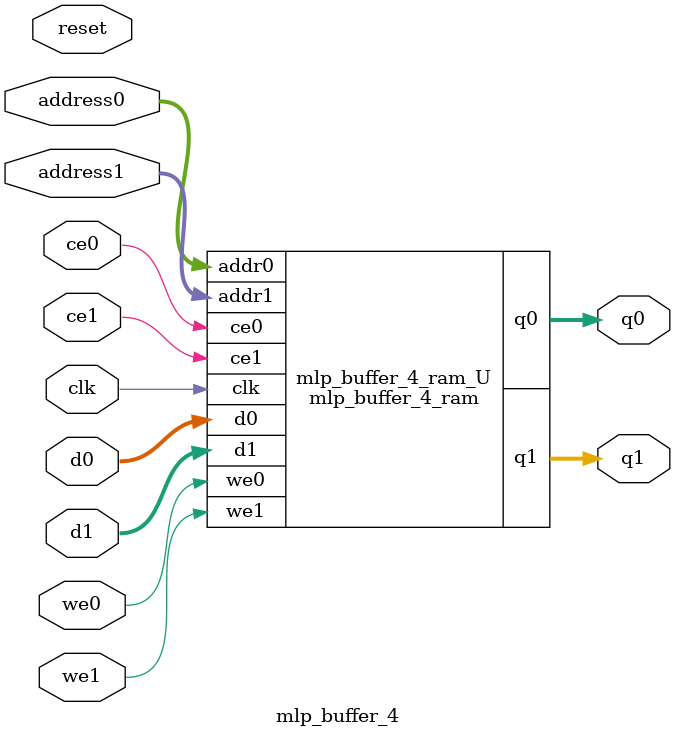
<source format=v>
`timescale 1 ns / 1 ps
module mlp_buffer_4_ram (addr0, ce0, d0, we0, q0, addr1, ce1, d1, we1, q1,  clk);

parameter DWIDTH = 32;
parameter AWIDTH = 3;
parameter MEM_SIZE = 6;

input[AWIDTH-1:0] addr0;
input ce0;
input[DWIDTH-1:0] d0;
input we0;
output reg[DWIDTH-1:0] q0;
input[AWIDTH-1:0] addr1;
input ce1;
input[DWIDTH-1:0] d1;
input we1;
output reg[DWIDTH-1:0] q1;
input clk;

reg [DWIDTH-1:0] ram[0:MEM_SIZE-1];




always @(posedge clk)  
begin 
    if (ce0) begin
        if (we0) 
            ram[addr0] <= d0; 
        q0 <= ram[addr0];
    end
end


always @(posedge clk)  
begin 
    if (ce1) begin
        if (we1) 
            ram[addr1] <= d1; 
        q1 <= ram[addr1];
    end
end


endmodule

`timescale 1 ns / 1 ps
module mlp_buffer_4(
    reset,
    clk,
    address0,
    ce0,
    we0,
    d0,
    q0,
    address1,
    ce1,
    we1,
    d1,
    q1);

parameter DataWidth = 32'd32;
parameter AddressRange = 32'd6;
parameter AddressWidth = 32'd3;
input reset;
input clk;
input[AddressWidth - 1:0] address0;
input ce0;
input we0;
input[DataWidth - 1:0] d0;
output[DataWidth - 1:0] q0;
input[AddressWidth - 1:0] address1;
input ce1;
input we1;
input[DataWidth - 1:0] d1;
output[DataWidth - 1:0] q1;



mlp_buffer_4_ram mlp_buffer_4_ram_U(
    .clk( clk ),
    .addr0( address0 ),
    .ce0( ce0 ),
    .we0( we0 ),
    .d0( d0 ),
    .q0( q0 ),
    .addr1( address1 ),
    .ce1( ce1 ),
    .we1( we1 ),
    .d1( d1 ),
    .q1( q1 ));

endmodule


</source>
